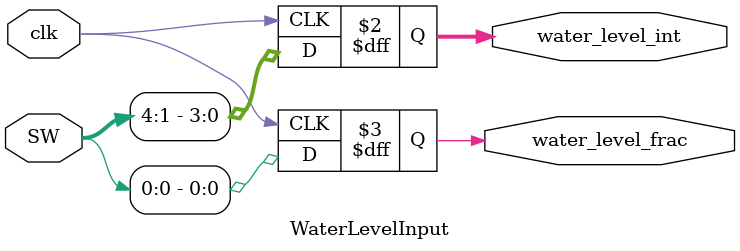
<source format=v>
module WaterLevelInput (
    input [4:0] SW,            // 水位输入（SW4~SW0）
	 input wire clk,       // 输入时钟信号
    output reg [3:0] water_level_int,  // 水位整数部分
    output reg water_level_frac   // 水位小数部分
);

always @(posedge clk) begin
    water_level_int = SW[4:1];    // 取整数部分
    water_level_frac = SW[0];     // 取小数部分
end

endmodule

</source>
